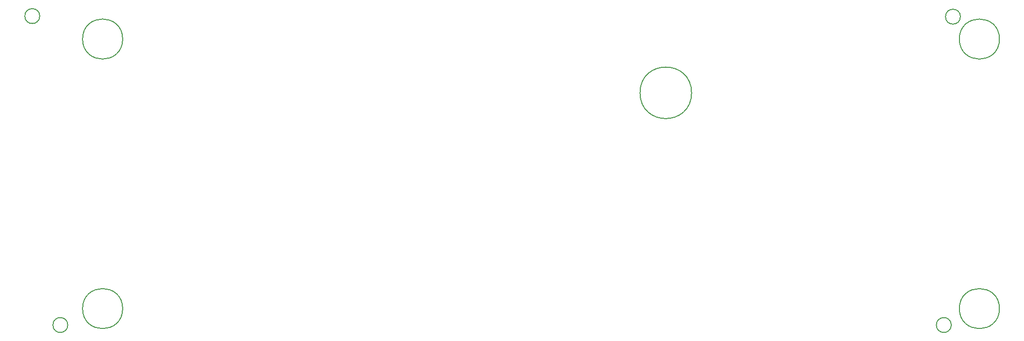
<source format=gbr>
%TF.GenerationSoftware,KiCad,Pcbnew,(6.0.0-0)*%
%TF.CreationDate,2022-08-16T20:21:51-06:00*%
%TF.ProjectId,FlippyDriver,466c6970-7079-4447-9269-7665722e6b69,C*%
%TF.SameCoordinates,Original*%
%TF.FileFunction,Other,Comment*%
%FSLAX46Y46*%
G04 Gerber Fmt 4.6, Leading zero omitted, Abs format (unit mm)*
G04 Created by KiCad (PCBNEW (6.0.0-0)) date 2022-08-16 20:21:51*
%MOMM*%
%LPD*%
G01*
G04 APERTURE LIST*
%ADD10C,0.150000*%
G04 APERTURE END LIST*
D10*
%TO.C,H1*%
X229814000Y-73914000D02*
G75*
G03*
X229814000Y-73914000I-3500000J0D01*
G01*
%TO.C,H2*%
X76779000Y-73914000D02*
G75*
G03*
X76779000Y-73914000I-3500000J0D01*
G01*
%TO.C,H4*%
X76779000Y-121031000D02*
G75*
G03*
X76779000Y-121031000I-3500000J0D01*
G01*
%TO.C,H5*%
X176077000Y-83312000D02*
G75*
G03*
X176077000Y-83312000I-4500000J0D01*
G01*
%TO.C,H3*%
X229814000Y-121031000D02*
G75*
G03*
X229814000Y-121031000I-3500000J0D01*
G01*
%TO.C,REF\u002A\u002A*%
X221400000Y-123900000D02*
G75*
G03*
X221400000Y-123900000I-1300000J0D01*
G01*
X223000000Y-70000000D02*
G75*
G03*
X223000000Y-70000000I-1300000J0D01*
G01*
X62300000Y-69900000D02*
G75*
G03*
X62300000Y-69900000I-1300000J0D01*
G01*
X67200000Y-123900000D02*
G75*
G03*
X67200000Y-123900000I-1300000J0D01*
G01*
%TD*%
M02*

</source>
